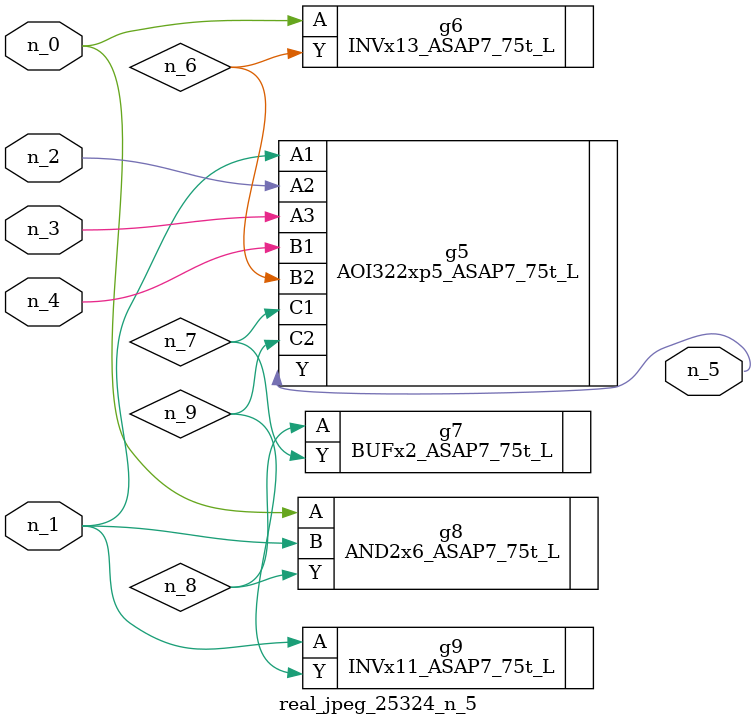
<source format=v>
module real_jpeg_25324_n_5 (n_4, n_0, n_1, n_2, n_3, n_5);

input n_4;
input n_0;
input n_1;
input n_2;
input n_3;

output n_5;

wire n_8;
wire n_6;
wire n_7;
wire n_9;

INVx13_ASAP7_75t_L g6 ( 
.A(n_0),
.Y(n_6)
);

AND2x6_ASAP7_75t_L g8 ( 
.A(n_0),
.B(n_1),
.Y(n_8)
);

AOI322xp5_ASAP7_75t_L g5 ( 
.A1(n_1),
.A2(n_2),
.A3(n_3),
.B1(n_4),
.B2(n_6),
.C1(n_7),
.C2(n_9),
.Y(n_5)
);

INVx11_ASAP7_75t_L g9 ( 
.A(n_1),
.Y(n_9)
);

BUFx2_ASAP7_75t_L g7 ( 
.A(n_8),
.Y(n_7)
);


endmodule
</source>
